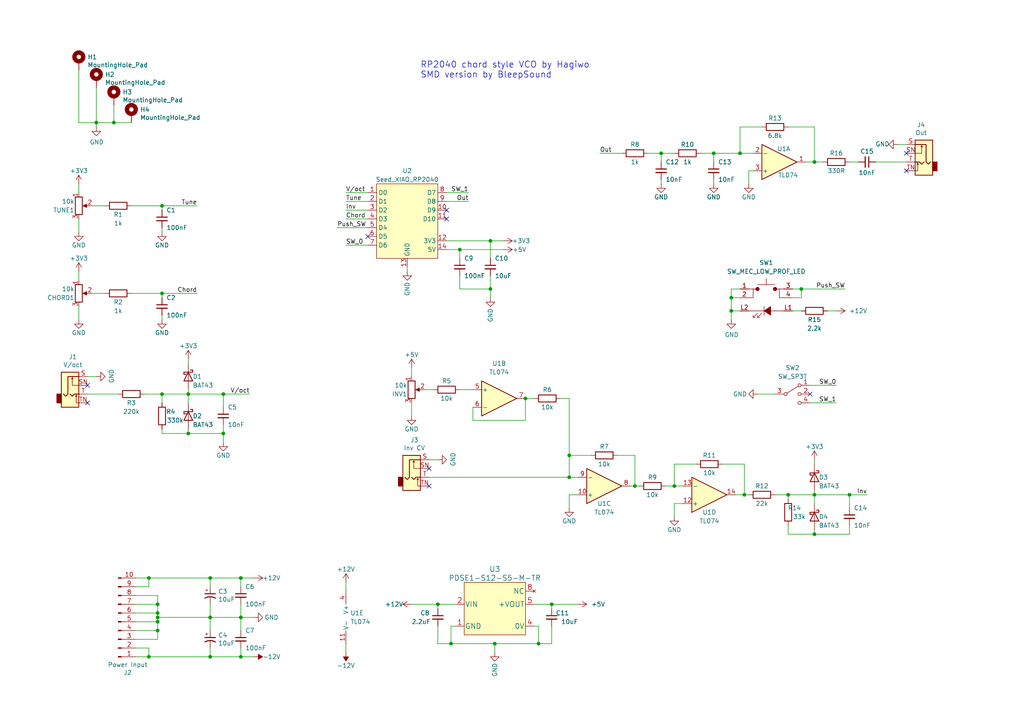
<source format=kicad_sch>
(kicad_sch (version 20211123) (generator eeschema)
  (paper "A4")
  (lib_symbols
    (symbol "Amplifier_Operational:TL074" (pin_names (offset 0.127))
      (property "Reference" "U" (at 0 5.08 0))
      (property "Value" "TL074" (at 0 -5.08 0))
      (symbol "TL074_1_1"
        (polyline (pts (xy -5.08 5.08) (xy 5.08 0) (xy -5.08 -5.08) (xy -5.08 5.08)) (stroke (width 0.254)) (fill (type background)))
        (pin output line (at 7.62 0 180) (length 2.54) (name "~") (number "1"))
        (pin input line (at -7.62 -2.54 0) (length 2.54) (name "-") (number "2"))
        (pin input line (at -7.62 2.54 0) (length 2.54) (name "+") (number "3"))
      )
      (symbol "TL074_2_1"
        (polyline (pts (xy -5.08 5.08) (xy 5.08 0) (xy -5.08 -5.08) (xy -5.08 5.08)) (stroke (width 0.254)) (fill (type background)))
        (pin input line (at -7.62 2.54 0) (length 2.54) (name "+") (number "5"))
        (pin input line (at -7.62 -2.54 0) (length 2.54) (name "-") (number "6"))
        (pin output line (at 7.62 0 180) (length 2.54) (name "~") (number "7"))
      )
      (symbol "TL074_3_1"
        (polyline (pts (xy -5.08 5.08) (xy 5.08 0) (xy -5.08 -5.08) (xy -5.08 5.08)) (stroke (width 0.254)) (fill (type background)))
        (pin input line (at -7.62 2.54 0) (length 2.54) (name "+") (number "10"))
        (pin output line (at 7.62 0 180) (length 2.54) (name "~") (number "8"))
        (pin input line (at -7.62 -2.54 0) (length 2.54) (name "-") (number "9"))
      )
      (symbol "TL074_4_1"
        (polyline (pts (xy -5.08 5.08) (xy 5.08 0) (xy -5.08 -5.08) (xy -5.08 5.08)) (stroke (width 0.254)) (fill (type background)))
        (pin input line (at -7.62 2.54 0) (length 2.54) (name "+") (number "12"))
        (pin input line (at -7.62 -2.54 0) (length 2.54) (name "-") (number "13"))
        (pin output line (at 7.62 0 180) (length 2.54) (name "~") (number "14"))
      )
      (symbol "TL074_5_1"
        (pin power_in line (at -2.54 -7.62 90) (length 3.81) (name "V-") (number "11"))
        (pin power_in line (at -2.54 7.62 270) (length 3.81) (name "V+") (number "4"))
      )
    )
    (symbol "Connector:AudioJack2_Switch"
      (property "Reference" "J" (at 0 11.43 0))
      (property "Value" "AudioJack2_Switch" (at 0 8.89 0))
      (symbol "AudioJack2_Switch_0_1"
        (rectangle (start -2.54 0) (end -3.81 -2.54) (stroke (width 0.254)) (fill (type outline)))
        (rectangle (start 2.54 6.35) (end -2.54 -3.81) (stroke (width 0.254)) (fill (type background)))
      )
      (symbol "AudioJack2_Switch_1_1"
        (polyline (pts (xy 0.635 4.826) (xy 0.889 4.318)))
        (polyline (pts (xy 1.778 -0.254) (xy 2.032 -0.762)))
        (polyline (pts (xy 0 0) (xy 0.635 -0.635) (xy 1.27 0) (xy 2.54 0)) (stroke (width 0.254)))
        (polyline (pts (xy 2.54 -2.54) (xy 1.778 -2.54) (xy 1.778 -0.254) (xy 1.524 -0.762)))
        (polyline (pts (xy 2.54 2.54) (xy 0.635 2.54) (xy 0.635 4.826) (xy 0.381 4.318)))
        (polyline (pts (xy 2.54 5.08) (xy -0.635 5.08) (xy -0.635 0) (xy -1.27 -0.635) (xy -1.905 0)) (stroke (width 0.254)))
        (pin passive line (at 5.08 5.08 180) (length 2.54) (name "~") (number "S"))
        (pin passive line (at 5.08 2.54 180) (length 2.54) (name "~") (number "SN"))
        (pin passive line (at 5.08 0 180) (length 2.54) (name "~") (number "T"))
        (pin passive line (at 5.08 -2.54 180) (length 2.54) (name "~") (number "TN"))
      )
    )
    (symbol "Connector:Conn_01x10_Male" (pin_names (offset 1.016) hide)
      (property "Reference" "J" (at 0 12.7 0))
      (property "Value" "Conn_01x10_Male" (at 0 -15.24 0))
      (symbol "Conn_01x10_Male_1_1"
        (polyline (pts (xy 1.27 -12.7) (xy 0.8636 -12.7)) (stroke (width 0.1524)))
        (polyline (pts (xy 1.27 -10.16) (xy 0.8636 -10.16)) (stroke (width 0.1524)))
        (polyline (pts (xy 1.27 -7.62) (xy 0.8636 -7.62)) (stroke (width 0.1524)))
        (polyline (pts (xy 1.27 -5.08) (xy 0.8636 -5.08)) (stroke (width 0.1524)))
        (polyline (pts (xy 1.27 -2.54) (xy 0.8636 -2.54)) (stroke (width 0.1524)))
        (polyline (pts (xy 1.27 0) (xy 0.8636 0)) (stroke (width 0.1524)))
        (polyline (pts (xy 1.27 2.54) (xy 0.8636 2.54)) (stroke (width 0.1524)))
        (polyline (pts (xy 1.27 5.08) (xy 0.8636 5.08)) (stroke (width 0.1524)))
        (polyline (pts (xy 1.27 7.62) (xy 0.8636 7.62)) (stroke (width 0.1524)))
        (polyline (pts (xy 1.27 10.16) (xy 0.8636 10.16)) (stroke (width 0.1524)))
        (rectangle (start 0.8636 -12.573) (end 0 -12.827) (stroke (width 0.1524)) (fill (type outline)))
        (rectangle (start 0.8636 -10.033) (end 0 -10.287) (stroke (width 0.1524)) (fill (type outline)))
        (rectangle (start 0.8636 -7.493) (end 0 -7.747) (stroke (width 0.1524)) (fill (type outline)))
        (rectangle (start 0.8636 -4.953) (end 0 -5.207) (stroke (width 0.1524)) (fill (type outline)))
        (rectangle (start 0.8636 -2.413) (end 0 -2.667) (stroke (width 0.1524)) (fill (type outline)))
        (rectangle (start 0.8636 0.127) (end 0 -0.127) (stroke (width 0.1524)) (fill (type outline)))
        (rectangle (start 0.8636 2.667) (end 0 2.413) (stroke (width 0.1524)) (fill (type outline)))
        (rectangle (start 0.8636 5.207) (end 0 4.953) (stroke (width 0.1524)) (fill (type outline)))
        (rectangle (start 0.8636 7.747) (end 0 7.493) (stroke (width 0.1524)) (fill (type outline)))
        (rectangle (start 0.8636 10.287) (end 0 10.033) (stroke (width 0.1524)) (fill (type outline)))
        (pin passive line (at 5.08 10.16 180) (length 3.81) (name "Pin_1") (number "1"))
        (pin passive line (at 5.08 -12.7 180) (length 3.81) (name "Pin_10") (number "10"))
        (pin passive line (at 5.08 7.62 180) (length 3.81) (name "Pin_2") (number "2"))
        (pin passive line (at 5.08 5.08 180) (length 3.81) (name "Pin_3") (number "3"))
        (pin passive line (at 5.08 2.54 180) (length 3.81) (name "Pin_4") (number "4"))
        (pin passive line (at 5.08 0 180) (length 3.81) (name "Pin_5") (number "5"))
        (pin passive line (at 5.08 -2.54 180) (length 3.81) (name "Pin_6") (number "6"))
        (pin passive line (at 5.08 -5.08 180) (length 3.81) (name "Pin_7") (number "7"))
        (pin passive line (at 5.08 -7.62 180) (length 3.81) (name "Pin_8") (number "8"))
        (pin passive line (at 5.08 -10.16 180) (length 3.81) (name "Pin_9") (number "9"))
      )
    )
    (symbol "Device:CP1_Small" (pin_numbers hide) (pin_names (offset 0.254) hide)
      (property "Reference" "C" (at 0.254 1.778 0))
      (property "Value" "Device_CP1_Small" (at 0.254 -2.032 0))
      (symbol "CP1_Small_0_1"
        (polyline (pts (xy -1.524 0.508) (xy 1.524 0.508)) (stroke (width 0.3048)))
        (polyline (pts (xy -1.27 1.524) (xy -0.762 1.524)))
        (polyline (pts (xy -1.016 1.27) (xy -1.016 1.778)))
        (arc (start 1.524 -0.762) (mid 0 -0.3734) (end -1.524 -0.762) (stroke (width 0.3048)))
      )
      (symbol "CP1_Small_1_1"
        (pin passive line (at 0 2.54 270) (length 2.032) (name "~") (number "1"))
        (pin passive line (at 0 -2.54 90) (length 2.032) (name "~") (number "2"))
      )
    )
    (symbol "Device:C_Small" (pin_numbers hide) (pin_names (offset 0.254) hide)
      (property "Reference" "C" (at 0.254 1.778 0))
      (property "Value" "C_Small" (at 0.254 -2.032 0))
      (symbol "C_Small_0_1"
        (polyline (pts (xy -1.524 -0.508) (xy 1.524 -0.508)) (stroke (width 0.3302)))
        (polyline (pts (xy -1.524 0.508) (xy 1.524 0.508)) (stroke (width 0.3048)))
      )
      (symbol "C_Small_1_1"
        (pin passive line (at 0 2.54 270) (length 2.032) (name "~") (number "1"))
        (pin passive line (at 0 -2.54 90) (length 2.032) (name "~") (number "2"))
      )
    )
    (symbol "Device:R" (pin_numbers hide) (pin_names (offset 0))
      (property "Reference" "R" (at 2.032 0 90))
      (property "Value" "R" (at 0 0 90))
      (symbol "R_0_1"
        (rectangle (start -1.016 -2.54) (end 1.016 2.54) (stroke (width 0.254)))
      )
      (symbol "R_1_1"
        (pin passive line (at 0 3.81 270) (length 1.27) (name "~") (number "1"))
        (pin passive line (at 0 -3.81 90) (length 1.27) (name "~") (number "2"))
      )
    )
    (symbol "Device:R_POT" (pin_names (offset 1.016) hide)
      (property "Reference" "RV" (at -4.445 0 90))
      (property "Value" "Device_R_POT" (at -2.54 0 90))
      (symbol "R_POT_0_1"
        (polyline (pts (xy 2.54 0) (xy 1.524 0)))
        (polyline (pts (xy 1.143 0) (xy 2.286 0.508) (xy 2.286 -0.508) (xy 1.143 0)) (fill (type outline)))
        (rectangle (start 1.016 2.54) (end -1.016 -2.54) (stroke (width 0.254)))
      )
      (symbol "R_POT_1_1"
        (pin passive line (at 0 3.81 270) (length 1.27) (name "1") (number "1"))
        (pin passive line (at 3.81 0 180) (length 1.27) (name "2") (number "2"))
        (pin passive line (at 0 -3.81 90) (length 1.27) (name "3") (number "3"))
      )
    )
    (symbol "Diode:BAT43W-V" (pin_numbers hide) (pin_names (offset 1.016) hide)
      (property "Reference" "D" (at 0 2.54 0))
      (property "Value" "BAT43W-V" (at 0 -2.54 0))
      (symbol "BAT43W-V_0_1"
        (polyline (pts (xy 1.27 0) (xy -1.27 0)))
        (polyline (pts (xy 1.27 1.27) (xy 1.27 -1.27) (xy -1.27 0) (xy 1.27 1.27)) (stroke (width 0.254)))
        (polyline (pts (xy -1.905 0.635) (xy -1.905 1.27) (xy -1.27 1.27) (xy -1.27 -1.27) (xy -0.635 -1.27) (xy -0.635 -0.635)) (stroke (width 0.254)))
      )
      (symbol "BAT43W-V_1_1"
        (pin passive line (at -3.81 0 0) (length 2.54) (name "K") (number "1"))
        (pin passive line (at 3.81 0 180) (length 2.54) (name "A") (number "2"))
      )
    )
    (symbol "Kicad_Perso:PDSE1-S12-S5-M-TR" (pin_names (offset 0.254))
      (property "Reference" "U" (at 0 11.43 0))
      (property "Value" "PDSE1-S12-S5-M-TR" (at 0 8.89 0))
      (symbol "PDSE1-S12-S5-M-TR_0_1"
        (rectangle (start -8.89 6.35) (end 8.89 -8.89) (fill (type background)))
      )
      (symbol "PDSE1-S12-S5-M-TR_1_1"
        (pin power_in line (at -11.43 -6.35 0) (length 2.54) (name "GND") (number "1"))
        (pin power_in line (at -11.43 0 0) (length 2.54) (name "VIN") (number "2"))
        (pin unspecified line (at 11.43 -6.35 180) (length 2.54) (name "0V") (number "4"))
        (pin output line (at 11.43 0 180) (length 2.54) (name "+VOUT") (number "5"))
        (pin no_connect line (at 11.43 3.81 180) (length 2.54) (name "NC") (number "8"))
      )
    )
    (symbol "Kicad_Perso:Seed_XIAO_RP2040"
      (property "Reference" "U" (at 0 7.62 0))
      (property "Value" "Seed_XIAO_RP2040" (at 0 8.89 0))
      (symbol "Seed_XIAO_RP2040_0_0"
        (pin bidirectional line (at -11.43 3.81 0) (length 2.54) (name "D0") (number "1"))
        (pin bidirectional line (at 11.43 -1.27 180) (length 2.54) (name "D9") (number "10"))
        (pin bidirectional line (at 11.43 -3.81 180) (length 2.54) (name "D10") (number "11"))
        (pin power_in line (at 11.43 -10.16 180) (length 2.54) (name "3V3") (number "12"))
        (pin power_in line (at 0 -17.78 90) (length 2.54) (name "GND") (number "13"))
        (pin power_in line (at 11.43 -12.7 180) (length 2.54) (name "5V") (number "14"))
        (pin bidirectional line (at -11.43 1.27 0) (length 2.54) (name "D1") (number "2"))
        (pin bidirectional line (at -11.43 -1.27 0) (length 2.54) (name "D2") (number "3"))
        (pin bidirectional line (at -11.43 -3.81 0) (length 2.54) (name "D3") (number "4"))
        (pin bidirectional line (at -11.43 -6.35 0) (length 2.54) (name "D4") (number "5"))
        (pin bidirectional line (at -11.43 -8.89 0) (length 2.54) (name "D5") (number "6"))
        (pin bidirectional line (at -11.43 -11.43 0) (length 2.54) (name "D6") (number "7"))
        (pin bidirectional line (at 11.43 3.81 180) (length 2.54) (name "D7") (number "8"))
        (pin bidirectional line (at 11.43 1.27 180) (length 2.54) (name "D8") (number "9"))
      )
      (symbol "Seed_XIAO_RP2040_0_1"
        (rectangle (start -8.89 6.35) (end 8.89 -15.24) (fill (type background)))
      )
    )
    (symbol "Mechanical:MountingHole_Pad" (pin_numbers hide) (pin_names (offset 1.016) hide)
      (property "Reference" "H" (at 0 6.35 0))
      (property "Value" "MountingHole_Pad" (at 0 4.445 0))
      (symbol "MountingHole_Pad_0_1"
        (circle (center 0 1.27) (radius 1.27) (stroke (width 1.27)))
      )
      (symbol "MountingHole_Pad_1_1"
        (pin input line (at 0 -2.54 90) (length 2.54) (name "1") (number "1"))
      )
    )
    (symbol "Switch:SW_SP3T" (pin_names (offset 0) hide)
      (property "Reference" "SW" (at 0 5.08 0))
      (property "Value" "SW_SP3T" (at 0 -5.08 0))
      (symbol "SW_SP3T_0_1"
        (circle (center -2.032 0) (radius 0.4572))
        (polyline (pts (xy -1.651 0.254) (xy 1.651 2.286)))
        (circle (center 2.032 -2.54) (radius 0.4572))
        (circle (center 2.032 0) (radius 0.4572))
        (circle (center 2.032 2.54) (radius 0.4572))
      )
      (symbol "SW_SP3T_1_1"
        (pin passive line (at 5.08 2.54 180) (length 2.54) (name "1") (number "1"))
        (pin passive line (at 5.08 0 180) (length 2.54) (name "2") (number "2"))
        (pin passive line (at -5.08 0 0) (length 2.54) (name "3") (number "3"))
        (pin passive line (at 5.08 -2.54 180) (length 2.54) (name "4") (number "4"))
      )
    )
    (symbol "power:+12V" (power) (pin_names (offset 0))
      (property "Value" "+12V" (at 0 3.556 0))
      (symbol "+12V_0_1"
        (polyline (pts (xy -0.762 1.27) (xy 0 2.54)))
        (polyline (pts (xy 0 0) (xy 0 2.54)))
        (polyline (pts (xy 0 2.54) (xy 0.762 1.27)))
      )
      (symbol "+12V_1_1"
        (pin power_in line (at 0 0 90) (length 0) hide (name "+12V") (number "1"))
      )
    )
    (symbol "power:+3V3" (power) (pin_names (offset 0))
      (property "Value" "+3V3" (at 0 3.556 0))
      (symbol "+3V3_0_1"
        (polyline (pts (xy -0.762 1.27) (xy 0 2.54)))
        (polyline (pts (xy 0 0) (xy 0 2.54)))
        (polyline (pts (xy 0 2.54) (xy 0.762 1.27)))
      )
      (symbol "+3V3_1_1"
        (pin power_in line (at 0 0 90) (length 0) hide (name "+3V3") (number "1"))
      )
    )
    (symbol "power:+5V" (power) (pin_names (offset 0))
      (property "Value" "+5V" (at 0 3.556 0))
      (symbol "+5V_0_1"
        (polyline (pts (xy -0.762 1.27) (xy 0 2.54)))
        (polyline (pts (xy 0 0) (xy 0 2.54)))
        (polyline (pts (xy 0 2.54) (xy 0.762 1.27)))
      )
      (symbol "+5V_1_1"
        (pin power_in line (at 0 0 90) (length 0) hide (name "+5V") (number "1"))
      )
    )
    (symbol "power:-12V" (power) (pin_names (offset 0))
      (property "Value" "-12V" (at 0 3.81 0))
      (symbol "-12V_0_0"
        (pin power_in line (at 0 0 90) (length 0) hide (name "-12V") (number "1"))
      )
      (symbol "-12V_0_1"
        (polyline (pts (xy 0 0) (xy 0 1.27) (xy 0.762 1.27) (xy 0 2.54) (xy -0.762 1.27) (xy 0 1.27)) (fill (type outline)))
      )
    )
    (symbol "power:GND" (power) (pin_names (offset 0))
      (property "Value" "GND" (at 0 -3.81 0))
      (symbol "GND_0_1"
        (polyline (pts (xy 0 0) (xy 0 -1.27) (xy 1.27 -1.27) (xy 0 -2.54) (xy -1.27 -1.27) (xy 0 -1.27)))
      )
      (symbol "GND_1_1"
        (pin power_in line (at 0 0 270) (length 0) hide (name "GND") (number "1"))
      )
    )
    (symbol "synth:SW_MEC_LOW_PROF_LED" (pin_names (offset 1.016) hide)
      (property "Reference" "SW" (at 1.27 6.35 0))
      (property "Value" "SW_MEC_LOW_PROF_LED" (at 0 -8.89 0))
      (symbol "SW_MEC_LOW_PROF_LED_0_0"
        (polyline (pts (xy -3.81 -5.715) (xy -2.54 -4.445)))
        (polyline (pts (xy -2.54 -5.715) (xy -1.27 -4.445)))
        (polyline (pts (xy -2.54 -3.81) (xy 2.54 -3.81)))
        (polyline (pts (xy -0.635 -2.54) (xy -0.635 -5.08)))
        (polyline (pts (xy -3.81 -5.08) (xy -3.81 -5.715) (xy -3.175 -5.715)))
        (polyline (pts (xy -2.54 -5.08) (xy -2.54 -5.715) (xy -1.905 -5.715)))
        (polyline (pts (xy -0.635 -3.81) (xy 1.27 -2.54) (xy 1.27 -5.08) (xy -0.635 -3.81)) (fill (type outline)))
      )
      (symbol "SW_MEC_LOW_PROF_LED_0_1"
        (circle (center -2.54 2.54) (radius 0.508) (fill (type outline)))
        (polyline (pts (xy -3.81 2.54) (xy -2.54 2.54)))
        (polyline (pts (xy -2.54 -3.81) (xy -5.08 -3.81)))
        (polyline (pts (xy 0 3.81) (xy 0 5.588)))
        (polyline (pts (xy 2.54 -3.81) (xy 5.08 -3.81)))
        (polyline (pts (xy 2.54 3.81) (xy -2.54 3.81)))
        (polyline (pts (xy 3.81 2.54) (xy 2.54 2.54)))
        (polyline (pts (xy 5.08 0) (xy 3.81 0) (xy 3.81 1.27)))
        (polyline (pts (xy 5.08 2.54) (xy 3.81 2.54) (xy 3.81 1.27)))
        (polyline (pts (xy -5.08 2.54) (xy -3.81 2.54) (xy -3.81 0) (xy -5.08 0)))
        (circle (center 2.54 2.54) (radius 0.508) (fill (type outline)))
        (pin passive line (at -7.62 2.54 0) (length 2.54) (name "1") (number "1"))
        (pin passive line (at -7.62 0 0) (length 2.54) (name "2") (number "2"))
        (pin passive line (at 7.62 2.54 180) (length 2.54) (name "3") (number "3"))
        (pin passive line (at 7.62 0 180) (length 2.54) (name "4") (number "4"))
        (pin passive line (at 7.62 -3.81 180) (length 2.54) (name "L1") (number "L1"))
        (pin passive line (at -7.62 -3.81 0) (length 2.54) (name "L2") (number "L2"))
      )
    )
  )
  (junction (at 127 175.26))
  (junction (at 165.1 132.08))
  (junction (at 160.02 175.26))
  (junction (at 236.22 143.51))
  (junction (at 64.77 125.73))
  (junction (at 45.72 180.34))
  (junction (at 228.6 143.51))
  (junction (at 46.99 85.09))
  (junction (at 143.51 186.69))
  (junction (at 142.24 69.85))
  (junction (at 165.1 138.43))
  (junction (at 236.22 154.94))
  (junction (at 156.21 186.69))
  (junction (at 191.77 44.45))
  (junction (at 33.02 35.56))
  (junction (at 69.85 167.64))
  (junction (at 60.96 190.5))
  (junction (at 195.58 140.97))
  (junction (at 215.9 143.51))
  (junction (at 46.99 59.69))
  (junction (at 130.81 186.69))
  (junction (at 54.61 125.73))
  (junction (at 246.38 143.51))
  (junction (at 214.63 44.45))
  (junction (at 152.4 115.57))
  (junction (at 64.77 114.3))
  (junction (at 142.24 83.82))
  (junction (at 45.72 182.88))
  (junction (at 54.61 114.3))
  (junction (at 46.99 114.3))
  (junction (at 43.18 167.64))
  (junction (at 45.72 177.8))
  (junction (at 236.22 46.99))
  (junction (at 133.35 72.39))
  (junction (at 45.72 179.07))
  (junction (at 212.09 86.36))
  (junction (at 45.72 175.26))
  (junction (at 27.94 35.56))
  (junction (at 69.85 179.07))
  (junction (at 60.96 179.07))
  (junction (at 60.96 167.64))
  (junction (at 232.41 83.82))
  (junction (at 69.85 190.5))
  (junction (at 43.18 190.5))
  (junction (at 184.15 140.97))
  (junction (at 212.09 90.17))
  (junction (at 207.01 44.45))
  (no_connect (at 262.89 49.53))
  (no_connect (at 25.4 111.76))
  (no_connect (at 129.54 63.5))
  (no_connect (at 129.54 60.96))
  (no_connect (at 106.68 68.58))
  (no_connect (at 124.46 140.97))
  (no_connect (at 124.46 135.89))
  (no_connect (at 234.95 114.3))
  (no_connect (at 262.89 44.45))
  (no_connect (at 25.4 116.84))
  (wire (pts (xy 45.72 182.88) (xy 45.72 180.34)))
  (wire (pts (xy 212.09 83.82) (xy 212.09 86.36)))
  (wire (pts (xy 187.96 44.45) (xy 191.77 44.45)))
  (wire (pts (xy 132.08 175.26) (xy 127 175.26)))
  (wire (pts (xy 135.89 58.42) (xy 129.54 58.42)))
  (wire (pts (xy 236.22 143.51) (xy 246.38 143.51)))
  (wire (pts (xy 25.4 109.22) (xy 27.94 109.22)))
  (wire (pts (xy 142.24 80.01) (xy 142.24 83.82)))
  (wire (pts (xy 165.1 132.08) (xy 165.1 138.43)))
  (wire (pts (xy 100.33 63.5) (xy 106.68 63.5)))
  (wire (pts (xy 236.22 146.05) (xy 236.22 143.51)))
  (wire (pts (xy 69.85 190.5) (xy 73.66 190.5)))
  (wire (pts (xy 156.21 186.69) (xy 143.51 186.69)))
  (wire (pts (xy 60.96 187.96) (xy 60.96 190.5)))
  (wire (pts (xy 191.77 44.45) (xy 191.77 46.99)))
  (wire (pts (xy 129.54 69.85) (xy 142.24 69.85)))
  (wire (pts (xy 38.1 35.56) (xy 33.02 35.56)))
  (wire (pts (xy 213.36 143.51) (xy 215.9 143.51)))
  (wire (pts (xy 45.72 179.07) (xy 45.72 177.8)))
  (wire (pts (xy 154.94 115.57) (xy 152.4 115.57)))
  (wire (pts (xy 246.38 143.51) (xy 251.46 143.51)))
  (wire (pts (xy 46.99 124.46) (xy 46.99 125.73)))
  (wire (pts (xy 217.17 49.53) (xy 217.17 53.34)))
  (wire (pts (xy 224.79 143.51) (xy 228.6 143.51)))
  (wire (pts (xy 100.33 58.42) (xy 106.68 58.42)))
  (wire (pts (xy 215.9 143.51) (xy 217.17 143.51)))
  (wire (pts (xy 22.86 53.34) (xy 22.86 55.88)))
  (wire (pts (xy 212.09 86.36) (xy 212.09 90.17)))
  (wire (pts (xy 218.44 49.53) (xy 217.17 49.53)))
  (wire (pts (xy 60.96 190.5) (xy 69.85 190.5)))
  (wire (pts (xy 100.33 55.88) (xy 106.68 55.88)))
  (wire (pts (xy 39.37 172.72) (xy 45.72 172.72)))
  (wire (pts (xy 60.96 175.26) (xy 60.96 179.07)))
  (wire (pts (xy 123.19 113.03) (xy 125.73 113.03)))
  (wire (pts (xy 229.87 83.82) (xy 232.41 83.82)))
  (wire (pts (xy 39.37 170.18) (xy 43.18 170.18)))
  (wire (pts (xy 119.38 106.68) (xy 119.38 109.22)))
  (wire (pts (xy 195.58 134.62) (xy 195.58 140.97)))
  (wire (pts (xy 214.63 44.45) (xy 218.44 44.45)))
  (wire (pts (xy 54.61 125.73) (xy 54.61 124.46)))
  (wire (pts (xy 198.12 146.05) (xy 195.58 146.05)))
  (wire (pts (xy 220.98 36.83) (xy 214.63 36.83)))
  (wire (pts (xy 236.22 46.99) (xy 238.76 46.99)))
  (wire (pts (xy 69.85 187.96) (xy 69.85 190.5)))
  (wire (pts (xy 39.37 187.96) (xy 43.18 187.96)))
  (wire (pts (xy 246.38 152.4) (xy 246.38 154.94)))
  (wire (pts (xy 45.72 172.72) (xy 45.72 175.26)))
  (wire (pts (xy 127 175.26) (xy 127 176.53)))
  (wire (pts (xy 262.89 41.91) (xy 260.35 41.91)))
  (wire (pts (xy 39.37 175.26) (xy 45.72 175.26)))
  (wire (pts (xy 54.61 113.03) (xy 54.61 114.3)))
  (wire (pts (xy 25.4 114.3) (xy 34.29 114.3)))
  (wire (pts (xy 130.81 186.69) (xy 130.81 181.61)))
  (wire (pts (xy 214.63 86.36) (xy 212.09 86.36)))
  (wire (pts (xy 45.72 180.34) (xy 45.72 179.07)))
  (wire (pts (xy 119.38 175.26) (xy 127 175.26)))
  (wire (pts (xy 229.87 86.36) (xy 232.41 86.36)))
  (wire (pts (xy 22.86 78.74) (xy 22.86 81.28)))
  (wire (pts (xy 22.86 20.32) (xy 22.86 35.56)))
  (wire (pts (xy 142.24 69.85) (xy 146.05 69.85)))
  (wire (pts (xy 69.85 179.07) (xy 69.85 182.88)))
  (wire (pts (xy 118.11 78.74) (xy 118.11 77.47)))
  (wire (pts (xy 41.91 114.3) (xy 46.99 114.3)))
  (wire (pts (xy 133.35 72.39) (xy 146.05 72.39)))
  (wire (pts (xy 100.33 71.12) (xy 106.68 71.12)))
  (wire (pts (xy 160.02 175.26) (xy 167.64 175.26)))
  (wire (pts (xy 167.64 138.43) (xy 165.1 138.43)))
  (wire (pts (xy 46.99 114.3) (xy 46.99 116.84)))
  (wire (pts (xy 154.94 181.61) (xy 156.21 181.61)))
  (wire (pts (xy 54.61 116.84) (xy 54.61 114.3)))
  (wire (pts (xy 191.77 53.34) (xy 191.77 52.07)))
  (wire (pts (xy 22.86 63.5) (xy 22.86 67.31)))
  (wire (pts (xy 133.35 113.03) (xy 137.16 113.03)))
  (wire (pts (xy 242.57 111.76) (xy 234.95 111.76)))
  (wire (pts (xy 46.99 85.09) (xy 57.15 85.09)))
  (wire (pts (xy 162.56 115.57) (xy 165.1 115.57)))
  (wire (pts (xy 100.33 60.96) (xy 106.68 60.96)))
  (wire (pts (xy 232.41 86.36) (xy 232.41 83.82)))
  (wire (pts (xy 228.6 143.51) (xy 228.6 144.78)))
  (wire (pts (xy 127 186.69) (xy 130.81 186.69)))
  (wire (pts (xy 33.02 35.56) (xy 27.94 35.56)))
  (wire (pts (xy 228.6 152.4) (xy 228.6 154.94)))
  (wire (pts (xy 60.96 167.64) (xy 69.85 167.64)))
  (wire (pts (xy 236.22 154.94) (xy 236.22 153.67)))
  (wire (pts (xy 64.77 118.11) (xy 64.77 114.3)))
  (wire (pts (xy 219.71 114.3) (xy 224.79 114.3)))
  (wire (pts (xy 127 181.61) (xy 127 186.69)))
  (wire (pts (xy 69.85 179.07) (xy 73.66 179.07)))
  (wire (pts (xy 39.37 190.5) (xy 43.18 190.5)))
  (wire (pts (xy 60.96 170.18) (xy 60.96 167.64)))
  (wire (pts (xy 165.1 143.51) (xy 165.1 147.32)))
  (wire (pts (xy 214.63 90.17) (xy 212.09 90.17)))
  (wire (pts (xy 69.85 167.64) (xy 73.66 167.64)))
  (wire (pts (xy 160.02 186.69) (xy 156.21 186.69)))
  (wire (pts (xy 236.22 133.35) (xy 236.22 134.62)))
  (wire (pts (xy 236.22 142.24) (xy 236.22 143.51)))
  (wire (pts (xy 64.77 128.27) (xy 64.77 125.73)))
  (wire (pts (xy 165.1 115.57) (xy 165.1 132.08)))
  (wire (pts (xy 179.07 132.08) (xy 184.15 132.08)))
  (wire (pts (xy 54.61 125.73) (xy 64.77 125.73)))
  (wire (pts (xy 143.51 186.69) (xy 130.81 186.69)))
  (wire (pts (xy 228.6 154.94) (xy 236.22 154.94)))
  (wire (pts (xy 46.99 91.44) (xy 46.99 92.71)))
  (wire (pts (xy 142.24 83.82) (xy 133.35 83.82)))
  (wire (pts (xy 246.38 154.94) (xy 236.22 154.94)))
  (wire (pts (xy 246.38 46.99) (xy 248.92 46.99)))
  (wire (pts (xy 232.41 83.82) (xy 245.11 83.82)))
  (wire (pts (xy 45.72 185.42) (xy 45.72 182.88)))
  (wire (pts (xy 212.09 90.17) (xy 212.09 92.71)))
  (wire (pts (xy 60.96 179.07) (xy 69.85 179.07)))
  (wire (pts (xy 119.38 116.84) (xy 119.38 120.65)))
  (wire (pts (xy 54.61 114.3) (xy 64.77 114.3)))
  (wire (pts (xy 242.57 90.17) (xy 240.03 90.17)))
  (wire (pts (xy 38.1 85.09) (xy 46.99 85.09)))
  (wire (pts (xy 233.68 46.99) (xy 236.22 46.99)))
  (wire (pts (xy 246.38 147.32) (xy 246.38 143.51)))
  (wire (pts (xy 165.1 132.08) (xy 171.45 132.08)))
  (wire (pts (xy 129.54 72.39) (xy 133.35 72.39)))
  (wire (pts (xy 27.94 25.4) (xy 27.94 35.56)))
  (wire (pts (xy 193.04 140.97) (xy 195.58 140.97)))
  (wire (pts (xy 64.77 114.3) (xy 72.39 114.3)))
  (wire (pts (xy 137.16 121.92) (xy 137.16 118.11)))
  (wire (pts (xy 130.81 181.61) (xy 132.08 181.61)))
  (wire (pts (xy 236.22 143.51) (xy 228.6 143.51)))
  (wire (pts (xy 133.35 83.82) (xy 133.35 80.01)))
  (wire (pts (xy 26.67 85.09) (xy 30.48 85.09)))
  (wire (pts (xy 97.79 66.04) (xy 106.68 66.04)))
  (wire (pts (xy 209.55 134.62) (xy 215.9 134.62)))
  (wire (pts (xy 184.15 140.97) (xy 185.42 140.97)))
  (wire (pts (xy 124.46 138.43) (xy 165.1 138.43)))
  (wire (pts (xy 26.67 59.69) (xy 30.48 59.69)))
  (wire (pts (xy 54.61 104.14) (xy 54.61 105.41)))
  (wire (pts (xy 229.87 90.17) (xy 232.41 90.17)))
  (wire (pts (xy 142.24 86.36) (xy 142.24 83.82)))
  (wire (pts (xy 46.99 125.73) (xy 54.61 125.73)))
  (wire (pts (xy 203.2 44.45) (xy 207.01 44.45)))
  (wire (pts (xy 60.96 179.07) (xy 60.96 182.88)))
  (wire (pts (xy 46.99 59.69) (xy 46.99 60.96)))
  (wire (pts (xy 69.85 175.26) (xy 69.85 179.07)))
  (wire (pts (xy 254 46.99) (xy 262.89 46.99)))
  (wire (pts (xy 33.02 30.48) (xy 33.02 35.56)))
  (wire (pts (xy 100.33 189.23) (xy 100.33 186.69)))
  (wire (pts (xy 142.24 74.93) (xy 142.24 69.85)))
  (wire (pts (xy 45.72 175.26) (xy 45.72 177.8)))
  (wire (pts (xy 201.93 134.62) (xy 195.58 134.62)))
  (wire (pts (xy 195.58 140.97) (xy 198.12 140.97)))
  (wire (pts (xy 167.64 143.51) (xy 165.1 143.51)))
  (wire (pts (xy 22.86 35.56) (xy 27.94 35.56)))
  (wire (pts (xy 43.18 187.96) (xy 43.18 190.5)))
  (wire (pts (xy 27.94 35.56) (xy 27.94 36.83)))
  (wire (pts (xy 43.18 170.18) (xy 43.18 167.64)))
  (wire (pts (xy 154.94 175.26) (xy 160.02 175.26)))
  (wire (pts (xy 156.21 181.61) (xy 156.21 186.69)))
  (wire (pts (xy 39.37 185.42) (xy 45.72 185.42)))
  (wire (pts (xy 207.01 44.45) (xy 207.01 46.99)))
  (wire (pts (xy 207.01 44.45) (xy 214.63 44.45)))
  (wire (pts (xy 173.99 44.45) (xy 180.34 44.45)))
  (wire (pts (xy 45.72 179.07) (xy 60.96 179.07)))
  (wire (pts (xy 195.58 146.05) (xy 195.58 149.86)))
  (wire (pts (xy 22.86 88.9) (xy 22.86 92.71)))
  (wire (pts (xy 39.37 182.88) (xy 45.72 182.88)))
  (wire (pts (xy 38.1 59.69) (xy 46.99 59.69)))
  (wire (pts (xy 214.63 83.82) (xy 212.09 83.82)))
  (wire (pts (xy 236.22 46.99) (xy 236.22 36.83)))
  (wire (pts (xy 69.85 170.18) (xy 69.85 167.64)))
  (wire (pts (xy 39.37 167.64) (xy 43.18 167.64)))
  (wire (pts (xy 45.72 177.8) (xy 39.37 177.8)))
  (wire (pts (xy 43.18 167.64) (xy 60.96 167.64)))
  (wire (pts (xy 64.77 123.19) (xy 64.77 125.73)))
  (wire (pts (xy 133.35 72.39) (xy 133.35 74.93)))
  (wire (pts (xy 46.99 59.69) (xy 57.15 59.69)))
  (wire (pts (xy 54.61 114.3) (xy 46.99 114.3)))
  (wire (pts (xy 39.37 180.34) (xy 45.72 180.34)))
  (wire (pts (xy 124.46 133.35) (xy 127 133.35)))
  (wire (pts (xy 135.89 55.88) (xy 129.54 55.88)))
  (wire (pts (xy 152.4 121.92) (xy 137.16 121.92)))
  (wire (pts (xy 100.33 168.91) (xy 100.33 171.45)))
  (wire (pts (xy 214.63 36.83) (xy 214.63 44.45)))
  (wire (pts (xy 236.22 36.83) (xy 228.6 36.83)))
  (wire (pts (xy 242.57 116.84) (xy 234.95 116.84)))
  (wire (pts (xy 160.02 176.53) (xy 160.02 175.26)))
  (wire (pts (xy 46.99 85.09) (xy 46.99 86.36)))
  (wire (pts (xy 215.9 134.62) (xy 215.9 143.51)))
  (wire (pts (xy 43.18 190.5) (xy 60.96 190.5)))
  (wire (pts (xy 143.51 189.23) (xy 143.51 186.69)))
  (wire (pts (xy 184.15 140.97) (xy 182.88 140.97)))
  (wire (pts (xy 184.15 132.08) (xy 184.15 140.97)))
  (wire (pts (xy 160.02 181.61) (xy 160.02 186.69)))
  (wire (pts (xy 152.4 115.57) (xy 152.4 121.92)))
  (wire (pts (xy 207.01 53.34) (xy 207.01 52.07)))
  (wire (pts (xy 191.77 44.45) (xy 195.58 44.45)))
  (wire (pts (xy 46.99 66.04) (xy 46.99 67.31)))
  (text "RP2040 chord style VCO by Hagiwo\nSMD version by BleepSound" (at 121.92 22.86 0) (effects (font (size 1.8 1.8)) (justify left bottom)))
  (label "Push_SW" (at 245.11 83.82 180))
  (label "Push_SW" (at 97.79 66.04 0))
  (label "Tune" (at 57.15 59.69 180))
  (label "Chord" (at 57.15 85.09 180))
  (label "V{slash}oct" (at 100.33 55.88 0))
  (label "SW_0" (at 100.33 71.12 0))
  (label "V{slash}oct" (at 72.39 114.3 180))
  (label "Inv" (at 100.33 60.96 0))
  (label "Chord" (at 100.33 63.5 0))
  (label "SW_1" (at 135.89 55.88 180))
  (label "SW_1" (at 242.57 116.84 180))
  (label "Out" (at 173.99 44.45 0))
  (label "Inv" (at 251.46 143.51 180))
  (label "SW_0" (at 242.57 111.76 180))
  (label "Out" (at 135.89 58.42 180))
  (label "Tune" (at 100.33 58.42 0))
  (symbol (lib_id "Device:R_POT") (at 22.86 59.69 0) (unit 1)
    (property "Reference" "TUNE1" (at 21.59 60.96 0) (effects (justify right)))
    (property "Value" "10k" (at 21.59 58.42 0) (effects (justify right)))
    (property "Footprint" "Synth:Pot-bourns-alpha" (effects hide))
  )
  (symbol (lib_id "Device:R") (at 184.15 44.45 90) (unit 1)
    (property "Reference" "R8" (at 184.15 41.91 90))
    (property "Value" "1k" (at 184.15 46.99 90))
    (property "Footprint" "Resistor_SMD:R_0805_2012Metric_Pad1.20x1.40mm_HandSolder" (effects hide))
  )
  (symbol (lib_id "power:+12V") (at 73.66 167.64 270) (unit 1)
    (property "Reference" "#PWR011" (effects hide))
    (property "Value" "+12V" (at 78.74 167.64 90))
  )
  (symbol (lib_id "power:-12V") (at 73.66 190.5 270) (unit 1)
    (property "Reference" "#PWR013" (effects hide))
    (property "Value" "-12V" (at 78.74 190.5 90))
  )
  (symbol (lib_id "Device:CP1_Small") (at 60.96 172.72 0) (unit 1)
    (property "Reference" "C3" (at 63.2714 171.5516 0) (effects (justify left)))
    (property "Value" "10uF" (at 63.2714 173.863 0) (effects (justify left)))
    (property "Footprint" "Capacitor_THT:CP_Radial_D5.0mm_P2.00mm" (effects hide))
    (property "Comment " "Electrolytic cap" (effects hide))
  )
  (symbol (lib_id "Device:CP1_Small") (at 60.96 185.42 0) (unit 1)
    (property "Reference" "C4" (at 63.2714 184.2516 0) (effects (justify left)))
    (property "Value" "10uF" (at 63.2714 186.563 0) (effects (justify left)))
    (property "Footprint" "Capacitor_THT:CP_Radial_D5.0mm_P2.00mm" (effects hide))
    (property "Comment " "Electrolytic cap" (effects hide))
  )
  (symbol (lib_id "power:GND") (at 73.66 179.07 90) (unit 1)
    (property "Reference" "#PWR012" (effects hide))
    (property "Value" "GND" (at 78.74 179.07 90))
  )
  (symbol (lib_id "power:GND") (at 212.09 92.71 0) (unit 1)
    (property "Reference" "#PWR030" (effects hide))
    (property "Value" "GND" (at 212.217 97.1042 0))
  )
  (symbol (lib_id "power:+12V") (at 242.57 90.17 270) (unit 1)
    (property "Reference" "#PWR034" (effects hide))
    (property "Value" "+12V" (at 248.92 90.17 90))
  )
  (symbol (lib_id "Connector:AudioJack2_Switch") (at 119.38 138.43 0) (unit 1)
    (property "Reference" "J3" (at 120.1928 127.635 0))
    (property "Value" "Inv CV" (at 120.1928 129.9464 0))
    (property "Footprint" "Synth:Thonkiconn" (effects hide))
  )
  (symbol (lib_id "power:GND") (at 127 133.35 90) (unit 1)
    (property "Reference" "#PWR020" (effects hide))
    (property "Value" "GND" (at 131.3942 133.223 0))
  )
  (symbol (lib_id "Connector:AudioJack2_Switch") (at 267.97 46.99 0) (mirror y) (unit 1)
    (property "Reference" "J4" (at 267.1572 36.195 0))
    (property "Value" "Out" (at 267.1572 38.5064 0))
    (property "Footprint" "Synth:Thonkiconn" (effects hide))
  )
  (symbol (lib_id "power:GND") (at 260.35 41.91 270) (mirror x) (unit 1)
    (property "Reference" "#PWR035" (effects hide))
    (property "Value" "GND" (at 255.9558 41.783 90))
  )
  (symbol (lib_id "Connector:AudioJack2_Switch") (at 20.32 114.3 0) (unit 1)
    (property "Reference" "J1" (at 21.1328 103.505 0))
    (property "Value" "V/oct" (at 21.1328 105.8164 0))
    (property "Footprint" "Synth:Thonkiconn" (effects hide))
  )
  (symbol (lib_id "power:GND") (at 27.94 109.22 90) (unit 1)
    (property "Reference" "#PWR06" (effects hide))
    (property "Value" "GND" (at 32.3342 109.093 0))
  )
  (symbol (lib_id "power:GND") (at 27.94 36.83 0) (unit 1)
    (property "Reference" "#PWR05" (effects hide))
    (property "Value" "GND" (at 28.067 41.2242 0))
  )
  (symbol (lib_id "Mechanical:MountingHole_Pad") (at 22.86 17.78 0) (unit 1)
    (property "Reference" "H1" (at 25.4 16.5354 0) (effects (justify left)))
    (property "Value" "MountingHole_Pad" (at 25.4 18.8468 0) (effects (justify left)))
    (property "Footprint" "Synth:Doepfer Mounting hole" (effects hide))
  )
  (symbol (lib_id "Mechanical:MountingHole_Pad") (at 27.94 22.86 0) (unit 1)
    (property "Reference" "H2" (at 30.48 21.6154 0) (effects (justify left)))
    (property "Value" "MountingHole_Pad" (at 30.48 23.9268 0) (effects (justify left)))
    (property "Footprint" "Synth:Doepfer Mounting hole" (effects hide))
  )
  (symbol (lib_id "Mechanical:MountingHole_Pad") (at 33.02 27.94 0) (unit 1)
    (property "Reference" "H3" (at 35.56 26.6954 0) (effects (justify left)))
    (property "Value" "MountingHole_Pad" (at 35.56 29.0068 0) (effects (justify left)))
    (property "Footprint" "Synth:Doepfer Mounting hole" (effects hide))
  )
  (symbol (lib_id "Mechanical:MountingHole_Pad") (at 38.1 33.02 0) (unit 1)
    (property "Reference" "H4" (at 40.64 31.7754 0) (effects (justify left)))
    (property "Value" "MountingHole_Pad" (at 40.64 34.0868 0) (effects (justify left)))
    (property "Footprint" "Synth:Doepfer Mounting hole" (effects hide))
  )
  (symbol (lib_id "Amplifier_Operational:TL074") (at 175.26 140.97 0) (mirror x) (unit 3)
    (property "Reference" "U1" (at 175.26 146.05 0))
    (property "Value" "TL074" (at 175.26 148.59 0))
    (property "Footprint" "Package_SO:SOIC-14_3.9x8.7mm_P1.27mm" (effects hide))
    (property "Datasheet" "http://www.ti.com/lit/ds/symlink/tl071.pdf" (effects hide))
  )
  (symbol (lib_id "power:+3V3") (at 146.05 69.85 270) (unit 1)
    (property "Reference" "#PWR023" (effects hide))
    (property "Value" "+3V3" (at 151.13 69.85 90))
  )
  (symbol (lib_id "Device:R") (at 236.22 90.17 90) (unit 1)
    (property "Reference" "R15" (at 236.22 92.71 90))
    (property "Value" "2.2k" (at 236.22 95.25 90))
    (property "Footprint" "Resistor_SMD:R_0805_2012Metric_Pad1.20x1.40mm_HandSolder" (effects hide))
  )
  (symbol (lib_id "Diode:BAT43W-V") (at 236.22 149.86 270) (unit 1)
    (property "Reference" "D4" (at 237.49 149.86 90) (effects (justify left)))
    (property "Value" "BAT43" (at 237.49 152.4 90) (effects (justify left)))
    (property "Footprint" "Diode_SMD:D_SOD-123" (effects hide))
    (property "Datasheet" "http://www.vishay.com/docs/85660/bat42.pdf" (effects hide))
  )
  (symbol (lib_id "power:+3V3") (at 22.86 53.34 0) (unit 1)
    (property "Reference" "#PWR01" (effects hide))
    (property "Value" "+3V3" (at 22.86 49.53 0))
  )
  (symbol (lib_id "Device:R") (at 158.75 115.57 90) (unit 1)
    (property "Reference" "R6" (at 158.75 113.03 90))
    (property "Value" "10k" (at 158.75 118.11 90))
    (property "Footprint" "Resistor_SMD:R_0805_2012Metric_Pad1.20x1.40mm_HandSolder" (effects hide))
  )
  (symbol (lib_id "Device:R_POT") (at 22.86 85.09 0) (unit 1)
    (property "Reference" "CHORD1" (at 21.59 86.36 0) (effects (justify right)))
    (property "Value" "10k" (at 21.59 83.82 0) (effects (justify right)))
    (property "Footprint" "Synth:Pot-bourns-alpha" (effects hide))
  )
  (symbol (lib_id "Amplifier_Operational:TL074") (at 144.78 115.57 0) (unit 2)
    (property "Reference" "U1" (at 144.78 105.41 0))
    (property "Value" "TL074" (at 144.78 107.95 0))
    (property "Footprint" "Package_SO:SOIC-14_3.9x8.7mm_P1.27mm" (effects hide))
    (property "Datasheet" "http://www.ti.com/lit/ds/symlink/tl071.pdf" (effects hide))
  )
  (symbol (lib_id "power:+5V") (at 167.64 175.26 270) (unit 1)
    (property "Reference" "#PWR026" (effects hide))
    (property "Value" "+5V" (at 171.45 175.2599 90) (effects (justify left)))
  )
  (symbol (lib_id "Device:C_Small") (at 64.77 120.65 0) (unit 1)
    (property "Reference" "C5" (at 66.04 118.11 0) (effects (justify left)))
    (property "Value" "10nF" (at 66.04 123.19 0) (effects (justify left)))
    (property "Footprint" "Capacitor_SMD:C_0805_2012Metric_Pad1.18x1.45mm_HandSolder" (effects hide))
  )
  (symbol (lib_id "Connector:Conn_01x10_Male") (at 34.29 180.34 0) (mirror x) (unit 1)
    (property "Reference" "J2" (at 37.0332 195.0974 0))
    (property "Value" "Power Input" (at 37.0332 192.786 0))
    (property "Footprint" "Connector_IDC:IDC-Header_2x05_P2.54mm_Vertical" (effects hide))
  )
  (symbol (lib_id "power:GND") (at 119.38 120.65 0) (unit 1)
    (property "Reference" "#PWR018" (effects hide))
    (property "Value" "GND" (at 119.38 124.46 0))
  )
  (symbol (lib_id "power:+3V3") (at 236.22 133.35 0) (unit 1)
    (property "Reference" "#PWR033" (effects hide))
    (property "Value" "+3V3" (at 236.22 129.54 0))
  )
  (symbol (lib_id "Device:C_Small") (at 246.38 149.86 0) (unit 1)
    (property "Reference" "C14" (at 247.65 147.32 0) (effects (justify left)))
    (property "Value" "10nF" (at 247.65 152.4 0) (effects (justify left)))
    (property "Footprint" "Capacitor_SMD:C_0805_2012Metric_Pad1.18x1.45mm_HandSolder" (effects hide))
  )
  (symbol (lib_id "Device:C_Small") (at 142.24 77.47 0) (unit 1)
    (property "Reference" "C10" (at 143.51 74.93 0) (effects (justify left)))
    (property "Value" "10uF" (at 143.51 80.01 0) (effects (justify left)))
    (property "Footprint" "Capacitor_SMD:C_0805_2012Metric_Pad1.18x1.45mm_HandSolder" (effects hide))
  )
  (symbol (lib_id "Device:R") (at 242.57 46.99 270) (unit 1)
    (property "Reference" "R16" (at 242.57 44.45 90))
    (property "Value" "330R" (at 242.57 49.53 90))
    (property "Footprint" "Resistor_SMD:R_0805_2012Metric_Pad1.20x1.40mm_HandSolder" (effects hide))
  )
  (symbol (lib_id "Kicad_Perso:PDSE1-S12-S5-M-TR") (at 143.51 175.26 0) (unit 1)
    (property "Reference" "U3" (at 143.51 165.1 0) (effects (font (size 1.524 1.524))))
    (property "Value" "PDSE1-S12-S5-M-TR" (at 143.51 167.64 0) (effects (font (size 1.524 1.524))))
    (property "Footprint" "PDSE1-S-M_CUI" (effects hide))
    (property "Datasheet" "https://eu.mouser.com/datasheet/2/670/pdse1_m-1596038.pdf" (effects hide))
    (property "MFN" "CUI Inc." (effects hide))
    (property "MFP" "PDSE1-S12-S5-M" (effects hide))
  )
  (symbol (lib_id "Device:R") (at 34.29 59.69 90) (unit 1)
    (property "Reference" "R1" (at 34.29 62.23 90))
    (property "Value" "1k" (at 34.29 64.77 90))
    (property "Footprint" "Resistor_SMD:R_0805_2012Metric_Pad1.20x1.40mm_HandSolder" (effects hide))
  )
  (symbol (lib_id "power:-12V") (at 100.33 189.23 180) (unit 1)
    (property "Reference" "#PWR015" (effects hide))
    (property "Value" "-12V" (at 100.33 193.04 0))
  )
  (symbol (lib_id "power:GND") (at 165.1 147.32 0) (unit 1)
    (property "Reference" "#PWR025" (effects hide))
    (property "Value" "GND" (at 165.1 151.13 0))
  )
  (symbol (lib_id "power:GND") (at 207.01 53.34 0) (unit 1)
    (property "Reference" "#PWR029" (effects hide))
    (property "Value" "GND" (at 207.01 57.15 0))
  )
  (symbol (lib_id "power:GND") (at 143.51 189.23 0) (unit 1)
    (property "Reference" "#PWR022" (effects hide))
    (property "Value" "GND" (at 143.51 194.31 90))
  )
  (symbol (lib_id "Device:R") (at 46.99 120.65 180) (unit 1)
    (property "Reference" "R4" (at 49.53 119.38 0))
    (property "Value" "330k" (at 50.8 121.92 0))
    (property "Footprint" "Resistor_SMD:R_0805_2012Metric_Pad1.20x1.40mm_HandSolder" (effects hide))
  )
  (symbol (lib_id "Device:C_Small") (at 46.99 88.9 0) (unit 1)
    (property "Reference" "C2" (at 48.26 86.36 0) (effects (justify left)))
    (property "Value" "100nF" (at 48.26 91.44 0) (effects (justify left)))
    (property "Footprint" "Capacitor_SMD:C_0805_2012Metric_Pad1.18x1.45mm_HandSolder" (effects hide))
  )
  (symbol (lib_id "Device:C_Small") (at 46.99 63.5 0) (unit 1)
    (property "Reference" "C1" (at 48.26 60.96 0) (effects (justify left)))
    (property "Value" "100nF" (at 48.26 66.04 0) (effects (justify left)))
    (property "Footprint" "Capacitor_SMD:C_0805_2012Metric_Pad1.18x1.45mm_HandSolder" (effects hide))
  )
  (symbol (lib_id "Device:C_Small") (at 160.02 179.07 0) (unit 1)
    (property "Reference" "C11" (at 165.1 177.8 0) (effects (justify right)))
    (property "Value" "10uF" (at 167.64 180.34 0) (effects (justify right)))
    (property "Footprint" "Capacitor_SMD:C_0805_2012Metric_Pad1.18x1.45mm_HandSolder" (effects hide))
  )
  (symbol (lib_id "power:GND") (at 46.99 92.71 0) (unit 1)
    (property "Reference" "#PWR08" (effects hide))
    (property "Value" "GND" (at 46.99 96.52 0))
  )
  (symbol (lib_id "Device:R") (at 224.79 36.83 270) (unit 1)
    (property "Reference" "R13" (at 224.79 34.29 90))
    (property "Value" "6.8k" (at 224.79 39.37 90))
    (property "Footprint" "Resistor_SMD:R_0805_2012Metric_Pad1.20x1.40mm_HandSolder" (effects hide))
  )
  (symbol (lib_id "Device:C_Small") (at 69.85 185.42 0) (unit 1)
    (property "Reference" "C7" (at 71.12 182.88 0) (effects (justify left)))
    (property "Value" "100nF" (at 71.12 187.96 0) (effects (justify left)))
    (property "Footprint" "Capacitor_SMD:C_0805_2012Metric_Pad1.18x1.45mm_HandSolder" (effects hide))
  )
  (symbol (lib_id "Diode:BAT43W-V") (at 54.61 120.65 270) (unit 1)
    (property "Reference" "D2" (at 55.88 120.65 90) (effects (justify left)))
    (property "Value" "BAT43" (at 55.88 123.19 90) (effects (justify left)))
    (property "Footprint" "Diode_SMD:D_SOD-123" (effects hide))
    (property "Datasheet" "http://www.vishay.com/docs/85660/bat42.pdf" (effects hide))
  )
  (symbol (lib_id "Device:R") (at 199.39 44.45 90) (unit 1)
    (property "Reference" "R10" (at 199.39 41.91 90))
    (property "Value" "1k" (at 199.39 46.99 90))
    (property "Footprint" "Resistor_SMD:R_0805_2012Metric_Pad1.20x1.40mm_HandSolder" (effects hide))
  )
  (symbol (lib_id "power:GND") (at 142.24 86.36 0) (unit 1)
    (property "Reference" "#PWR021" (effects hide))
    (property "Value" "GND" (at 142.24 91.44 90))
  )
  (symbol (lib_id "Device:R") (at 129.54 113.03 90) (unit 1)
    (property "Reference" "R5" (at 129.54 110.49 90))
    (property "Value" "10k" (at 129.54 115.57 90))
    (property "Footprint" "Resistor_SMD:R_0805_2012Metric_Pad1.20x1.40mm_HandSolder" (effects hide))
  )
  (symbol (lib_id "Device:R") (at 38.1 114.3 90) (unit 1)
    (property "Reference" "R3" (at 38.1 116.84 90))
    (property "Value" "220k" (at 38.1 119.38 90))
    (property "Footprint" "Resistor_SMD:R_0805_2012Metric_Pad1.20x1.40mm_HandSolder" (effects hide))
  )
  (symbol (lib_id "Diode:BAT43W-V") (at 236.22 138.43 270) (unit 1)
    (property "Reference" "D3" (at 237.49 138.43 90) (effects (justify left)))
    (property "Value" "BAT43" (at 237.49 140.97 90) (effects (justify left)))
    (property "Footprint" "Diode_SMD:D_SOD-123" (effects hide))
    (property "Datasheet" "http://www.vishay.com/docs/85660/bat42.pdf" (effects hide))
  )
  (symbol (lib_id "Switch:SW_SP3T") (at 229.87 114.3 0) (unit 1)
    (property "Reference" "SW2" (at 229.87 106.68 0))
    (property "Value" "SW_SP3T" (at 229.87 109.22 0))
  )
  (symbol (lib_id "Device:R") (at 189.23 140.97 90) (unit 1)
    (property "Reference" "R9" (at 189.23 138.43 90))
    (property "Value" "10k" (at 189.23 143.51 90))
    (property "Footprint" "Resistor_SMD:R_0805_2012Metric_Pad1.20x1.40mm_HandSolder" (effects hide))
  )
  (symbol (lib_id "Kicad_Perso:Seed_XIAO_RP2040") (at 118.11 59.69 0) (unit 1)
    (property "Reference" "U2" (at 118.11 49.53 0))
    (property "Value" "Seed_XIAO_RP2040" (at 118.11 52.07 0))
    (property "Footprint" "Kicad-perso:Seed XIAO RP2040" (effects hide))
    (property "Datasheet" "https://wiki.seeedstudio.com/XIAO-RP2040/" (effects hide))
    (property "MFN" "Seeed Studio" (effects hide))
    (property "MFP" "Seeed Studio XIAO RP2040" (effects hide))
  )
  (symbol (lib_id "Device:R_POT") (at 119.38 113.03 0) (unit 1)
    (property "Reference" "INV1" (at 118.11 114.3 0) (effects (justify right)))
    (property "Value" "10k" (at 118.11 111.76 0) (effects (justify right)))
    (property "Footprint" "Synth:Pot-bourns-alpha" (effects hide))
  )
  (symbol (lib_id "power:GND") (at 22.86 92.71 0) (unit 1)
    (property "Reference" "#PWR04" (effects hide))
    (property "Value" "GND" (at 22.86 96.52 0))
  )
  (symbol (lib_id "power:GND") (at 118.11 78.74 0) (unit 1)
    (property "Reference" "#PWR016" (effects hide))
    (property "Value" "GND" (at 118.11 83.82 90))
  )
  (symbol (lib_id "Device:R") (at 205.74 134.62 90) (unit 1)
    (property "Reference" "R11" (at 205.74 132.08 90))
    (property "Value" "10k" (at 205.74 137.16 90))
    (property "Footprint" "Resistor_SMD:R_0805_2012Metric_Pad1.20x1.40mm_HandSolder" (effects hide))
  )
  (symbol (lib_id "Device:R") (at 220.98 143.51 90) (unit 1)
    (property "Reference" "R12" (at 220.98 140.97 90))
    (property "Value" "22k" (at 220.98 146.05 90))
    (property "Footprint" "Resistor_SMD:R_0805_2012Metric_Pad1.20x1.40mm_HandSolder" (effects hide))
  )
  (symbol (lib_id "Amplifier_Operational:TL074") (at 226.06 46.99 0) (mirror x) (unit 1)
    (property "Reference" "U1" (at 227.33 43.18 0))
    (property "Value" "TL074" (at 228.6 50.8 0))
    (property "Footprint" "Package_SO:SOIC-14_3.9x8.7mm_P1.27mm" (effects hide))
    (property "Datasheet" "http://www.ti.com/lit/ds/symlink/tl071.pdf" (effects hide))
  )
  (symbol (lib_id "power:+12V") (at 100.33 168.91 0) (unit 1)
    (property "Reference" "#PWR014" (effects hide))
    (property "Value" "+12V" (at 100.33 165.1 0))
  )
  (symbol (lib_id "power:GND") (at 64.77 128.27 0) (unit 1)
    (property "Reference" "#PWR010" (effects hide))
    (property "Value" "GND" (at 64.77 132.08 0))
  )
  (symbol (lib_id "power:GND") (at 46.99 67.31 0) (unit 1)
    (property "Reference" "#PWR07" (effects hide))
    (property "Value" "GND" (at 46.99 71.12 0))
  )
  (symbol (lib_id "power:GND") (at 217.17 53.34 0) (unit 1)
    (property "Reference" "#PWR031" (effects hide))
    (property "Value" "GND" (at 217.17 57.15 0))
  )
  (symbol (lib_id "Device:R") (at 34.29 85.09 90) (unit 1)
    (property "Reference" "R2" (at 34.29 87.63 90))
    (property "Value" "1k" (at 34.29 90.17 90))
    (property "Footprint" "Resistor_SMD:R_0805_2012Metric_Pad1.20x1.40mm_HandSolder" (effects hide))
  )
  (symbol (lib_id "synth:SW_MEC_LOW_PROF_LED") (at 222.25 86.36 0) (unit 1)
    (property "Reference" "SW1" (at 222.25 76.2 0))
    (property "Value" "SW_MEC_LOW_PROF_LED" (at 222.25 78.74 0))
    (property "Footprint" "Synth:PB01-109TL" (effects hide))
    (property "Datasheet" "https://www.thonk.co.uk/wp-content/uploads/2021/12/LowProfileButton.pdf" (effects hide))
  )
  (symbol (lib_id "Device:C_Small") (at 251.46 46.99 270) (unit 1)
    (property "Reference" "C15" (at 251.46 43.18 90) (effects (justify top)))
    (property "Value" "10nF" (at 251.46 50.8 90) (effects (justify bottom)))
    (property "Footprint" "Capacitor_SMD:C_0805_2012Metric_Pad1.18x1.45mm_HandSolder" (effects hide))
  )
  (symbol (lib_id "power:GND") (at 219.71 114.3 270) (unit 1)
    (property "Reference" "#PWR032" (effects hide))
    (property "Value" "GND" (at 214.63 114.3 90))
  )
  (symbol (lib_id "Device:C_Small") (at 127 179.07 0) (unit 1)
    (property "Reference" "C8" (at 121.92 177.8 0) (effects (justify left)))
    (property "Value" "2.2uF" (at 119.38 180.34 0) (effects (justify left)))
    (property "Footprint" "Capacitor_SMD:C_0805_2012Metric_Pad1.18x1.45mm_HandSolder" (effects hide))
  )
  (symbol (lib_id "power:GND") (at 22.86 67.31 0) (unit 1)
    (property "Reference" "#PWR02" (effects hide))
    (property "Value" "GND" (at 22.86 71.12 0))
  )
  (symbol (lib_id "Amplifier_Operational:TL074") (at 102.87 179.07 0) (unit 5)
    (property "Reference" "U1" (at 101.6 177.7999 0) (effects (justify left)))
    (property "Value" "TL074" (at 101.6 180.3399 0) (effects (justify left)))
    (property "Footprint" "Package_SO:SOIC-14_3.9x8.7mm_P1.27mm" (effects hide))
    (property "Datasheet" "http://www.ti.com/lit/ds/symlink/tl071.pdf" (effects hide))
  )
  (symbol (lib_id "power:+5V") (at 146.05 72.39 270) (unit 1)
    (property "Reference" "#PWR024" (effects hide))
    (property "Value" "+5V" (at 148.59 72.39 90) (effects (justify left)))
  )
  (symbol (lib_id "Device:R") (at 175.26 132.08 90) (unit 1)
    (property "Reference" "R7" (at 175.26 129.54 90))
    (property "Value" "10k" (at 175.26 134.62 90))
    (property "Footprint" "Resistor_SMD:R_0805_2012Metric_Pad1.20x1.40mm_HandSolder" (effects hide))
  )
  (symbol (lib_id "power:+5V") (at 119.38 106.68 0) (unit 1)
    (property "Reference" "#PWR017" (effects hide))
    (property "Value" "+5V" (at 119.38 102.87 0))
  )
  (symbol (lib_id "power:GND") (at 195.58 149.86 0) (unit 1)
    (property "Reference" "#PWR028" (effects hide))
    (property "Value" "GND" (at 195.58 153.67 0))
  )
  (symbol (lib_id "Amplifier_Operational:TL074") (at 205.74 143.51 0) (mirror x) (unit 4)
    (property "Reference" "U1" (at 205.74 148.59 0))
    (property "Value" "TL074" (at 205.74 151.13 0))
    (property "Footprint" "Package_SO:SOIC-14_3.9x8.7mm_P1.27mm" (effects hide))
    (property "Datasheet" "http://www.ti.com/lit/ds/symlink/tl071.pdf" (effects hide))
  )
  (symbol (lib_id "Device:R") (at 228.6 148.59 180) (unit 1)
    (property "Reference" "R14" (at 232.41 147.32 0) (effects (justify left)))
    (property "Value" "33k" (at 233.68 149.86 0) (effects (justify left)))
    (property "Footprint" "Resistor_SMD:R_0805_2012Metric_Pad1.20x1.40mm_HandSolder" (effects hide))
  )
  (symbol (lib_id "power:+3V3") (at 22.86 78.74 0) (unit 1)
    (property "Reference" "#PWR03" (effects hide))
    (property "Value" "+3V3" (at 22.86 74.93 0))
  )
  (symbol (lib_id "power:+3V3") (at 54.61 104.14 0) (unit 1)
    (property "Reference" "#PWR09" (effects hide))
    (property "Value" "+3V3" (at 54.61 100.33 0))
  )
  (symbol (lib_id "Diode:BAT43W-V") (at 54.61 109.22 270) (unit 1)
    (property "Reference" "D1" (at 55.88 109.22 90) (effects (justify left)))
    (property "Value" "BAT43" (at 55.88 111.76 90) (effects (justify left)))
    (property "Footprint" "Diode_SMD:D_SOD-123" (effects hide))
    (property "Datasheet" "http://www.vishay.com/docs/85660/bat42.pdf" (effects hide))
  )
  (symbol (lib_id "power:GND") (at 191.77 53.34 0) (unit 1)
    (property "Reference" "#PWR027" (effects hide))
    (property "Value" "GND" (at 191.77 57.15 0))
  )
  (symbol (lib_id "power:+12V") (at 119.38 175.26 90) (unit 1)
    (property "Reference" "#PWR019" (effects hide))
    (property "Value" "+12V" (at 114.3 175.26 90))
  )
  (symbol (lib_id "Device:C_Small") (at 133.35 77.47 0) (unit 1)
    (property "Reference" "C9" (at 134.62 74.93 0) (effects (justify left)))
    (property "Value" "100nF" (at 134.62 80.01 0) (effects (justify left)))
    (property "Footprint" "Capacitor_SMD:C_0805_2012Metric_Pad1.18x1.45mm_HandSolder" (effects hide))
  )
  (symbol (lib_id "Device:C_Small") (at 207.01 49.53 0) (unit 1)
    (property "Reference" "C13" (at 208.28 46.99 0) (effects (justify left)))
    (property "Value" "10nF" (at 208.28 52.07 0) (effects (justify left)))
    (property "Footprint" "Capacitor_SMD:C_0805_2012Metric_Pad1.18x1.45mm_HandSolder" (effects hide))
  )
  (symbol (lib_id "Device:C_Small") (at 191.77 49.53 0) (unit 1)
    (property "Reference" "C12" (at 193.04 46.99 0) (effects (justify left)))
    (property "Value" "10nF" (at 193.04 52.07 0) (effects (justify left)))
    (property "Footprint" "Capacitor_SMD:C_0805_2012Metric_Pad1.18x1.45mm_HandSolder" (effects hide))
  )
  (symbol (lib_id "Device:C_Small") (at 69.85 172.72 0) (unit 1)
    (property "Reference" "C6" (at 71.12 170.18 0) (effects (justify left)))
    (property "Value" "100nF" (at 71.12 175.26 0) (effects (justify left)))
    (property "Footprint" "Capacitor_SMD:C_0805_2012Metric_Pad1.18x1.45mm_HandSolder" (effects hide))
  )
)
</source>
